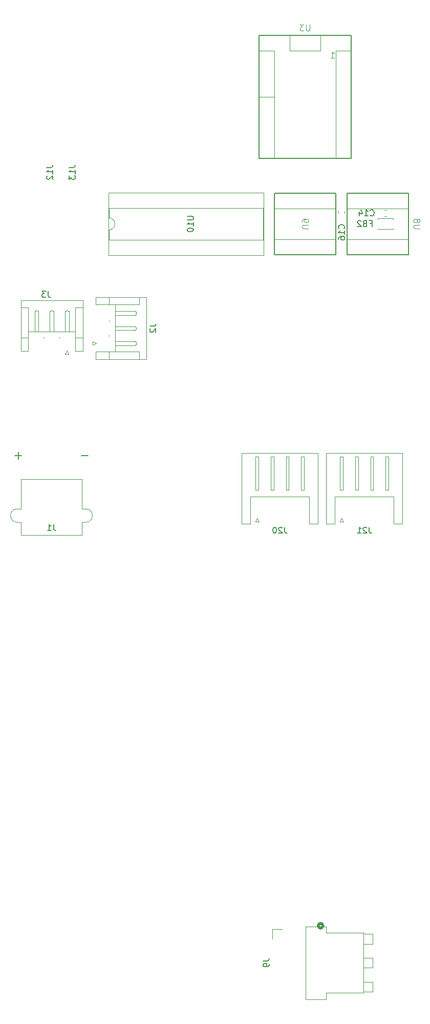
<source format=gbr>
%TF.GenerationSoftware,KiCad,Pcbnew,8.0.5*%
%TF.CreationDate,2024-10-07T02:08:43+09:00*%
%TF.ProjectId,_____,b5fcdcfa-7f2e-46b6-9963-61645f706362,rev?*%
%TF.SameCoordinates,Original*%
%TF.FileFunction,Legend,Bot*%
%TF.FilePolarity,Positive*%
%FSLAX46Y46*%
G04 Gerber Fmt 4.6, Leading zero omitted, Abs format (unit mm)*
G04 Created by KiCad (PCBNEW 8.0.5) date 2024-10-07 02:08:43*
%MOMM*%
%LPD*%
G01*
G04 APERTURE LIST*
%ADD10C,0.150000*%
%ADD11C,0.100000*%
%ADD12C,0.508000*%
%ADD13C,0.120000*%
%ADD14C,0.200000*%
G04 APERTURE END LIST*
D10*
X41110819Y-40846476D02*
X41825104Y-40846476D01*
X41825104Y-40846476D02*
X41967961Y-40798857D01*
X41967961Y-40798857D02*
X42063200Y-40703619D01*
X42063200Y-40703619D02*
X42110819Y-40560762D01*
X42110819Y-40560762D02*
X42110819Y-40465524D01*
X42110819Y-41846476D02*
X42110819Y-41275048D01*
X42110819Y-41560762D02*
X41110819Y-41560762D01*
X41110819Y-41560762D02*
X41253676Y-41465524D01*
X41253676Y-41465524D02*
X41348914Y-41370286D01*
X41348914Y-41370286D02*
X41396533Y-41275048D01*
X41206057Y-42227429D02*
X41158438Y-42275048D01*
X41158438Y-42275048D02*
X41110819Y-42370286D01*
X41110819Y-42370286D02*
X41110819Y-42608381D01*
X41110819Y-42608381D02*
X41158438Y-42703619D01*
X41158438Y-42703619D02*
X41206057Y-42751238D01*
X41206057Y-42751238D02*
X41301295Y-42798857D01*
X41301295Y-42798857D02*
X41396533Y-42798857D01*
X41396533Y-42798857D02*
X41539390Y-42751238D01*
X41539390Y-42751238D02*
X42110819Y-42179810D01*
X42110819Y-42179810D02*
X42110819Y-42798857D01*
X44793819Y-40846476D02*
X45508104Y-40846476D01*
X45508104Y-40846476D02*
X45650961Y-40798857D01*
X45650961Y-40798857D02*
X45746200Y-40703619D01*
X45746200Y-40703619D02*
X45793819Y-40560762D01*
X45793819Y-40560762D02*
X45793819Y-40465524D01*
X45793819Y-41846476D02*
X45793819Y-41275048D01*
X45793819Y-41560762D02*
X44793819Y-41560762D01*
X44793819Y-41560762D02*
X44936676Y-41465524D01*
X44936676Y-41465524D02*
X45031914Y-41370286D01*
X45031914Y-41370286D02*
X45079533Y-41275048D01*
X44793819Y-42179810D02*
X44793819Y-42798857D01*
X44793819Y-42798857D02*
X45174771Y-42465524D01*
X45174771Y-42465524D02*
X45174771Y-42608381D01*
X45174771Y-42608381D02*
X45222390Y-42703619D01*
X45222390Y-42703619D02*
X45270009Y-42751238D01*
X45270009Y-42751238D02*
X45365247Y-42798857D01*
X45365247Y-42798857D02*
X45603342Y-42798857D01*
X45603342Y-42798857D02*
X45698580Y-42751238D01*
X45698580Y-42751238D02*
X45746200Y-42703619D01*
X45746200Y-42703619D02*
X45793819Y-42608381D01*
X45793819Y-42608381D02*
X45793819Y-42322667D01*
X45793819Y-42322667D02*
X45746200Y-42227429D01*
X45746200Y-42227429D02*
X45698580Y-42179810D01*
X94450123Y-100264819D02*
X94450123Y-100979104D01*
X94450123Y-100979104D02*
X94497742Y-101121961D01*
X94497742Y-101121961D02*
X94592980Y-101217200D01*
X94592980Y-101217200D02*
X94735837Y-101264819D01*
X94735837Y-101264819D02*
X94831075Y-101264819D01*
X94021551Y-100360057D02*
X93973932Y-100312438D01*
X93973932Y-100312438D02*
X93878694Y-100264819D01*
X93878694Y-100264819D02*
X93640599Y-100264819D01*
X93640599Y-100264819D02*
X93545361Y-100312438D01*
X93545361Y-100312438D02*
X93497742Y-100360057D01*
X93497742Y-100360057D02*
X93450123Y-100455295D01*
X93450123Y-100455295D02*
X93450123Y-100550533D01*
X93450123Y-100550533D02*
X93497742Y-100693390D01*
X93497742Y-100693390D02*
X94069170Y-101264819D01*
X94069170Y-101264819D02*
X93450123Y-101264819D01*
X92497742Y-101264819D02*
X93069170Y-101264819D01*
X92783456Y-101264819D02*
X92783456Y-100264819D01*
X92783456Y-100264819D02*
X92878694Y-100407676D01*
X92878694Y-100407676D02*
X92973932Y-100502914D01*
X92973932Y-100502914D02*
X93069170Y-100550533D01*
X42243333Y-99784819D02*
X42243333Y-100499104D01*
X42243333Y-100499104D02*
X42290952Y-100641961D01*
X42290952Y-100641961D02*
X42386190Y-100737200D01*
X42386190Y-100737200D02*
X42529047Y-100784819D01*
X42529047Y-100784819D02*
X42624285Y-100784819D01*
X41243333Y-100784819D02*
X41814761Y-100784819D01*
X41529047Y-100784819D02*
X41529047Y-99784819D01*
X41529047Y-99784819D02*
X41624285Y-99927676D01*
X41624285Y-99927676D02*
X41719523Y-100022914D01*
X41719523Y-100022914D02*
X41814761Y-100070533D01*
X36967828Y-88463500D02*
X35824971Y-88463500D01*
X36396399Y-89034928D02*
X36396399Y-87892071D01*
X47967828Y-88463500D02*
X46824971Y-88463500D01*
D11*
X84581904Y-17237419D02*
X84581904Y-18046942D01*
X84581904Y-18046942D02*
X84534285Y-18142180D01*
X84534285Y-18142180D02*
X84486666Y-18189800D01*
X84486666Y-18189800D02*
X84391428Y-18237419D01*
X84391428Y-18237419D02*
X84200952Y-18237419D01*
X84200952Y-18237419D02*
X84105714Y-18189800D01*
X84105714Y-18189800D02*
X84058095Y-18142180D01*
X84058095Y-18142180D02*
X84010476Y-18046942D01*
X84010476Y-18046942D02*
X84010476Y-17237419D01*
X83629523Y-17237419D02*
X83010476Y-17237419D01*
X83010476Y-17237419D02*
X83343809Y-17618371D01*
X83343809Y-17618371D02*
X83200952Y-17618371D01*
X83200952Y-17618371D02*
X83105714Y-17665990D01*
X83105714Y-17665990D02*
X83058095Y-17713609D01*
X83058095Y-17713609D02*
X83010476Y-17808847D01*
X83010476Y-17808847D02*
X83010476Y-18046942D01*
X83010476Y-18046942D02*
X83058095Y-18142180D01*
X83058095Y-18142180D02*
X83105714Y-18189800D01*
X83105714Y-18189800D02*
X83200952Y-18237419D01*
X83200952Y-18237419D02*
X83486666Y-18237419D01*
X83486666Y-18237419D02*
X83581904Y-18189800D01*
X83581904Y-18189800D02*
X83629523Y-18142180D01*
X88072306Y-22732419D02*
X88643734Y-22732419D01*
X88358020Y-22732419D02*
X88358020Y-21732419D01*
X88358020Y-21732419D02*
X88453258Y-21875276D01*
X88453258Y-21875276D02*
X88548496Y-21970514D01*
X88548496Y-21970514D02*
X88643734Y-22018133D01*
X102777580Y-50926904D02*
X101968057Y-50926904D01*
X101968057Y-50926904D02*
X101872819Y-50879285D01*
X101872819Y-50879285D02*
X101825200Y-50831666D01*
X101825200Y-50831666D02*
X101777580Y-50736428D01*
X101777580Y-50736428D02*
X101777580Y-50545952D01*
X101777580Y-50545952D02*
X101825200Y-50450714D01*
X101825200Y-50450714D02*
X101872819Y-50403095D01*
X101872819Y-50403095D02*
X101968057Y-50355476D01*
X101968057Y-50355476D02*
X102777580Y-50355476D01*
X102349009Y-49736428D02*
X102396628Y-49831666D01*
X102396628Y-49831666D02*
X102444247Y-49879285D01*
X102444247Y-49879285D02*
X102539485Y-49926904D01*
X102539485Y-49926904D02*
X102587104Y-49926904D01*
X102587104Y-49926904D02*
X102682342Y-49879285D01*
X102682342Y-49879285D02*
X102729961Y-49831666D01*
X102729961Y-49831666D02*
X102777580Y-49736428D01*
X102777580Y-49736428D02*
X102777580Y-49545952D01*
X102777580Y-49545952D02*
X102729961Y-49450714D01*
X102729961Y-49450714D02*
X102682342Y-49403095D01*
X102682342Y-49403095D02*
X102587104Y-49355476D01*
X102587104Y-49355476D02*
X102539485Y-49355476D01*
X102539485Y-49355476D02*
X102444247Y-49403095D01*
X102444247Y-49403095D02*
X102396628Y-49450714D01*
X102396628Y-49450714D02*
X102349009Y-49545952D01*
X102349009Y-49545952D02*
X102349009Y-49736428D01*
X102349009Y-49736428D02*
X102301390Y-49831666D01*
X102301390Y-49831666D02*
X102253771Y-49879285D01*
X102253771Y-49879285D02*
X102158533Y-49926904D01*
X102158533Y-49926904D02*
X101968057Y-49926904D01*
X101968057Y-49926904D02*
X101872819Y-49879285D01*
X101872819Y-49879285D02*
X101825200Y-49831666D01*
X101825200Y-49831666D02*
X101777580Y-49736428D01*
X101777580Y-49736428D02*
X101777580Y-49545952D01*
X101777580Y-49545952D02*
X101825200Y-49450714D01*
X101825200Y-49450714D02*
X101872819Y-49403095D01*
X101872819Y-49403095D02*
X101968057Y-49355476D01*
X101968057Y-49355476D02*
X102158533Y-49355476D01*
X102158533Y-49355476D02*
X102253771Y-49403095D01*
X102253771Y-49403095D02*
X102301390Y-49450714D01*
X102301390Y-49450714D02*
X102349009Y-49545952D01*
D10*
X64351819Y-48926905D02*
X65161342Y-48926905D01*
X65161342Y-48926905D02*
X65256580Y-48974524D01*
X65256580Y-48974524D02*
X65304200Y-49022143D01*
X65304200Y-49022143D02*
X65351819Y-49117381D01*
X65351819Y-49117381D02*
X65351819Y-49307857D01*
X65351819Y-49307857D02*
X65304200Y-49403095D01*
X65304200Y-49403095D02*
X65256580Y-49450714D01*
X65256580Y-49450714D02*
X65161342Y-49498333D01*
X65161342Y-49498333D02*
X64351819Y-49498333D01*
X65351819Y-50498333D02*
X65351819Y-49926905D01*
X65351819Y-50212619D02*
X64351819Y-50212619D01*
X64351819Y-50212619D02*
X64494676Y-50117381D01*
X64494676Y-50117381D02*
X64589914Y-50022143D01*
X64589914Y-50022143D02*
X64637533Y-49926905D01*
X64351819Y-51117381D02*
X64351819Y-51212619D01*
X64351819Y-51212619D02*
X64399438Y-51307857D01*
X64399438Y-51307857D02*
X64447057Y-51355476D01*
X64447057Y-51355476D02*
X64542295Y-51403095D01*
X64542295Y-51403095D02*
X64732771Y-51450714D01*
X64732771Y-51450714D02*
X64970866Y-51450714D01*
X64970866Y-51450714D02*
X65161342Y-51403095D01*
X65161342Y-51403095D02*
X65256580Y-51355476D01*
X65256580Y-51355476D02*
X65304200Y-51307857D01*
X65304200Y-51307857D02*
X65351819Y-51212619D01*
X65351819Y-51212619D02*
X65351819Y-51117381D01*
X65351819Y-51117381D02*
X65304200Y-51022143D01*
X65304200Y-51022143D02*
X65256580Y-50974524D01*
X65256580Y-50974524D02*
X65161342Y-50926905D01*
X65161342Y-50926905D02*
X64970866Y-50879286D01*
X64970866Y-50879286D02*
X64732771Y-50879286D01*
X64732771Y-50879286D02*
X64542295Y-50926905D01*
X64542295Y-50926905D02*
X64447057Y-50974524D01*
X64447057Y-50974524D02*
X64399438Y-51022143D01*
X64399438Y-51022143D02*
X64351819Y-51117381D01*
X94559333Y-50096009D02*
X94892666Y-50096009D01*
X94892666Y-50619819D02*
X94892666Y-49619819D01*
X94892666Y-49619819D02*
X94416476Y-49619819D01*
X93702190Y-50096009D02*
X93559333Y-50143628D01*
X93559333Y-50143628D02*
X93511714Y-50191247D01*
X93511714Y-50191247D02*
X93464095Y-50286485D01*
X93464095Y-50286485D02*
X93464095Y-50429342D01*
X93464095Y-50429342D02*
X93511714Y-50524580D01*
X93511714Y-50524580D02*
X93559333Y-50572200D01*
X93559333Y-50572200D02*
X93654571Y-50619819D01*
X93654571Y-50619819D02*
X94035523Y-50619819D01*
X94035523Y-50619819D02*
X94035523Y-49619819D01*
X94035523Y-49619819D02*
X93702190Y-49619819D01*
X93702190Y-49619819D02*
X93606952Y-49667438D01*
X93606952Y-49667438D02*
X93559333Y-49715057D01*
X93559333Y-49715057D02*
X93511714Y-49810295D01*
X93511714Y-49810295D02*
X93511714Y-49905533D01*
X93511714Y-49905533D02*
X93559333Y-50000771D01*
X93559333Y-50000771D02*
X93606952Y-50048390D01*
X93606952Y-50048390D02*
X93702190Y-50096009D01*
X93702190Y-50096009D02*
X94035523Y-50096009D01*
X93083142Y-49715057D02*
X93035523Y-49667438D01*
X93035523Y-49667438D02*
X92940285Y-49619819D01*
X92940285Y-49619819D02*
X92702190Y-49619819D01*
X92702190Y-49619819D02*
X92606952Y-49667438D01*
X92606952Y-49667438D02*
X92559333Y-49715057D01*
X92559333Y-49715057D02*
X92511714Y-49810295D01*
X92511714Y-49810295D02*
X92511714Y-49905533D01*
X92511714Y-49905533D02*
X92559333Y-50048390D01*
X92559333Y-50048390D02*
X93130761Y-50619819D01*
X93130761Y-50619819D02*
X92511714Y-50619819D01*
D11*
X84362580Y-50926904D02*
X83553057Y-50926904D01*
X83553057Y-50926904D02*
X83457819Y-50879285D01*
X83457819Y-50879285D02*
X83410200Y-50831666D01*
X83410200Y-50831666D02*
X83362580Y-50736428D01*
X83362580Y-50736428D02*
X83362580Y-50545952D01*
X83362580Y-50545952D02*
X83410200Y-50450714D01*
X83410200Y-50450714D02*
X83457819Y-50403095D01*
X83457819Y-50403095D02*
X83553057Y-50355476D01*
X83553057Y-50355476D02*
X84362580Y-50355476D01*
X83362580Y-49831666D02*
X83362580Y-49641190D01*
X83362580Y-49641190D02*
X83410200Y-49545952D01*
X83410200Y-49545952D02*
X83457819Y-49498333D01*
X83457819Y-49498333D02*
X83600676Y-49403095D01*
X83600676Y-49403095D02*
X83791152Y-49355476D01*
X83791152Y-49355476D02*
X84172104Y-49355476D01*
X84172104Y-49355476D02*
X84267342Y-49403095D01*
X84267342Y-49403095D02*
X84314961Y-49450714D01*
X84314961Y-49450714D02*
X84362580Y-49545952D01*
X84362580Y-49545952D02*
X84362580Y-49736428D01*
X84362580Y-49736428D02*
X84314961Y-49831666D01*
X84314961Y-49831666D02*
X84267342Y-49879285D01*
X84267342Y-49879285D02*
X84172104Y-49926904D01*
X84172104Y-49926904D02*
X83934009Y-49926904D01*
X83934009Y-49926904D02*
X83838771Y-49879285D01*
X83838771Y-49879285D02*
X83791152Y-49831666D01*
X83791152Y-49831666D02*
X83743533Y-49736428D01*
X83743533Y-49736428D02*
X83743533Y-49545952D01*
X83743533Y-49545952D02*
X83791152Y-49450714D01*
X83791152Y-49450714D02*
X83838771Y-49403095D01*
X83838771Y-49403095D02*
X83934009Y-49355476D01*
D10*
X80480123Y-100264819D02*
X80480123Y-100979104D01*
X80480123Y-100979104D02*
X80527742Y-101121961D01*
X80527742Y-101121961D02*
X80622980Y-101217200D01*
X80622980Y-101217200D02*
X80765837Y-101264819D01*
X80765837Y-101264819D02*
X80861075Y-101264819D01*
X80051551Y-100360057D02*
X80003932Y-100312438D01*
X80003932Y-100312438D02*
X79908694Y-100264819D01*
X79908694Y-100264819D02*
X79670599Y-100264819D01*
X79670599Y-100264819D02*
X79575361Y-100312438D01*
X79575361Y-100312438D02*
X79527742Y-100360057D01*
X79527742Y-100360057D02*
X79480123Y-100455295D01*
X79480123Y-100455295D02*
X79480123Y-100550533D01*
X79480123Y-100550533D02*
X79527742Y-100693390D01*
X79527742Y-100693390D02*
X80099170Y-101264819D01*
X80099170Y-101264819D02*
X79480123Y-101264819D01*
X78861075Y-100264819D02*
X78765837Y-100264819D01*
X78765837Y-100264819D02*
X78670599Y-100312438D01*
X78670599Y-100312438D02*
X78622980Y-100360057D01*
X78622980Y-100360057D02*
X78575361Y-100455295D01*
X78575361Y-100455295D02*
X78527742Y-100645771D01*
X78527742Y-100645771D02*
X78527742Y-100883866D01*
X78527742Y-100883866D02*
X78575361Y-101074342D01*
X78575361Y-101074342D02*
X78622980Y-101169580D01*
X78622980Y-101169580D02*
X78670599Y-101217200D01*
X78670599Y-101217200D02*
X78765837Y-101264819D01*
X78765837Y-101264819D02*
X78861075Y-101264819D01*
X78861075Y-101264819D02*
X78956313Y-101217200D01*
X78956313Y-101217200D02*
X79003932Y-101169580D01*
X79003932Y-101169580D02*
X79051551Y-101074342D01*
X79051551Y-101074342D02*
X79099170Y-100883866D01*
X79099170Y-100883866D02*
X79099170Y-100645771D01*
X79099170Y-100645771D02*
X79051551Y-100455295D01*
X79051551Y-100455295D02*
X79003932Y-100360057D01*
X79003932Y-100360057D02*
X78956313Y-100312438D01*
X78956313Y-100312438D02*
X78861075Y-100264819D01*
X58154819Y-67063666D02*
X58869104Y-67063666D01*
X58869104Y-67063666D02*
X59011961Y-67016047D01*
X59011961Y-67016047D02*
X59107200Y-66920809D01*
X59107200Y-66920809D02*
X59154819Y-66777952D01*
X59154819Y-66777952D02*
X59154819Y-66682714D01*
X58250057Y-67492238D02*
X58202438Y-67539857D01*
X58202438Y-67539857D02*
X58154819Y-67635095D01*
X58154819Y-67635095D02*
X58154819Y-67873190D01*
X58154819Y-67873190D02*
X58202438Y-67968428D01*
X58202438Y-67968428D02*
X58250057Y-68016047D01*
X58250057Y-68016047D02*
X58345295Y-68063666D01*
X58345295Y-68063666D02*
X58440533Y-68063666D01*
X58440533Y-68063666D02*
X58583390Y-68016047D01*
X58583390Y-68016047D02*
X59154819Y-67444619D01*
X59154819Y-67444619D02*
X59154819Y-68063666D01*
X90275580Y-50919142D02*
X90323200Y-50871523D01*
X90323200Y-50871523D02*
X90370819Y-50728666D01*
X90370819Y-50728666D02*
X90370819Y-50633428D01*
X90370819Y-50633428D02*
X90323200Y-50490571D01*
X90323200Y-50490571D02*
X90227961Y-50395333D01*
X90227961Y-50395333D02*
X90132723Y-50347714D01*
X90132723Y-50347714D02*
X89942247Y-50300095D01*
X89942247Y-50300095D02*
X89799390Y-50300095D01*
X89799390Y-50300095D02*
X89608914Y-50347714D01*
X89608914Y-50347714D02*
X89513676Y-50395333D01*
X89513676Y-50395333D02*
X89418438Y-50490571D01*
X89418438Y-50490571D02*
X89370819Y-50633428D01*
X89370819Y-50633428D02*
X89370819Y-50728666D01*
X89370819Y-50728666D02*
X89418438Y-50871523D01*
X89418438Y-50871523D02*
X89466057Y-50919142D01*
X90370819Y-51871523D02*
X90370819Y-51300095D01*
X90370819Y-51585809D02*
X89370819Y-51585809D01*
X89370819Y-51585809D02*
X89513676Y-51490571D01*
X89513676Y-51490571D02*
X89608914Y-51395333D01*
X89608914Y-51395333D02*
X89656533Y-51300095D01*
X89370819Y-52728666D02*
X89370819Y-52538190D01*
X89370819Y-52538190D02*
X89418438Y-52442952D01*
X89418438Y-52442952D02*
X89466057Y-52395333D01*
X89466057Y-52395333D02*
X89608914Y-52300095D01*
X89608914Y-52300095D02*
X89799390Y-52252476D01*
X89799390Y-52252476D02*
X90180342Y-52252476D01*
X90180342Y-52252476D02*
X90275580Y-52300095D01*
X90275580Y-52300095D02*
X90323200Y-52347714D01*
X90323200Y-52347714D02*
X90370819Y-52442952D01*
X90370819Y-52442952D02*
X90370819Y-52633428D01*
X90370819Y-52633428D02*
X90323200Y-52728666D01*
X90323200Y-52728666D02*
X90275580Y-52776285D01*
X90275580Y-52776285D02*
X90180342Y-52823904D01*
X90180342Y-52823904D02*
X89942247Y-52823904D01*
X89942247Y-52823904D02*
X89847009Y-52776285D01*
X89847009Y-52776285D02*
X89799390Y-52728666D01*
X89799390Y-52728666D02*
X89751771Y-52633428D01*
X89751771Y-52633428D02*
X89751771Y-52442952D01*
X89751771Y-52442952D02*
X89799390Y-52347714D01*
X89799390Y-52347714D02*
X89847009Y-52300095D01*
X89847009Y-52300095D02*
X89942247Y-52252476D01*
X76914819Y-171901666D02*
X77629104Y-171901666D01*
X77629104Y-171901666D02*
X77771961Y-171854047D01*
X77771961Y-171854047D02*
X77867200Y-171758809D01*
X77867200Y-171758809D02*
X77914819Y-171615952D01*
X77914819Y-171615952D02*
X77914819Y-171520714D01*
X77914819Y-172425476D02*
X77914819Y-172615952D01*
X77914819Y-172615952D02*
X77867200Y-172711190D01*
X77867200Y-172711190D02*
X77819580Y-172758809D01*
X77819580Y-172758809D02*
X77676723Y-172854047D01*
X77676723Y-172854047D02*
X77486247Y-172901666D01*
X77486247Y-172901666D02*
X77105295Y-172901666D01*
X77105295Y-172901666D02*
X77010057Y-172854047D01*
X77010057Y-172854047D02*
X76962438Y-172806428D01*
X76962438Y-172806428D02*
X76914819Y-172711190D01*
X76914819Y-172711190D02*
X76914819Y-172520714D01*
X76914819Y-172520714D02*
X76962438Y-172425476D01*
X76962438Y-172425476D02*
X77010057Y-172377857D01*
X77010057Y-172377857D02*
X77105295Y-172330238D01*
X77105295Y-172330238D02*
X77343390Y-172330238D01*
X77343390Y-172330238D02*
X77438628Y-172377857D01*
X77438628Y-172377857D02*
X77486247Y-172425476D01*
X77486247Y-172425476D02*
X77533866Y-172520714D01*
X77533866Y-172520714D02*
X77533866Y-172711190D01*
X77533866Y-172711190D02*
X77486247Y-172806428D01*
X77486247Y-172806428D02*
X77438628Y-172854047D01*
X77438628Y-172854047D02*
X77343390Y-172901666D01*
X94622857Y-48746580D02*
X94670476Y-48794200D01*
X94670476Y-48794200D02*
X94813333Y-48841819D01*
X94813333Y-48841819D02*
X94908571Y-48841819D01*
X94908571Y-48841819D02*
X95051428Y-48794200D01*
X95051428Y-48794200D02*
X95146666Y-48698961D01*
X95146666Y-48698961D02*
X95194285Y-48603723D01*
X95194285Y-48603723D02*
X95241904Y-48413247D01*
X95241904Y-48413247D02*
X95241904Y-48270390D01*
X95241904Y-48270390D02*
X95194285Y-48079914D01*
X95194285Y-48079914D02*
X95146666Y-47984676D01*
X95146666Y-47984676D02*
X95051428Y-47889438D01*
X95051428Y-47889438D02*
X94908571Y-47841819D01*
X94908571Y-47841819D02*
X94813333Y-47841819D01*
X94813333Y-47841819D02*
X94670476Y-47889438D01*
X94670476Y-47889438D02*
X94622857Y-47937057D01*
X93670476Y-48841819D02*
X94241904Y-48841819D01*
X93956190Y-48841819D02*
X93956190Y-47841819D01*
X93956190Y-47841819D02*
X94051428Y-47984676D01*
X94051428Y-47984676D02*
X94146666Y-48079914D01*
X94146666Y-48079914D02*
X94241904Y-48127533D01*
X92813333Y-48175152D02*
X92813333Y-48841819D01*
X93051428Y-47794200D02*
X93289523Y-48508485D01*
X93289523Y-48508485D02*
X92670476Y-48508485D01*
X41354333Y-61303819D02*
X41354333Y-62018104D01*
X41354333Y-62018104D02*
X41401952Y-62160961D01*
X41401952Y-62160961D02*
X41497190Y-62256200D01*
X41497190Y-62256200D02*
X41640047Y-62303819D01*
X41640047Y-62303819D02*
X41735285Y-62303819D01*
X40973380Y-61303819D02*
X40354333Y-61303819D01*
X40354333Y-61303819D02*
X40687666Y-61684771D01*
X40687666Y-61684771D02*
X40544809Y-61684771D01*
X40544809Y-61684771D02*
X40449571Y-61732390D01*
X40449571Y-61732390D02*
X40401952Y-61780009D01*
X40401952Y-61780009D02*
X40354333Y-61875247D01*
X40354333Y-61875247D02*
X40354333Y-62113342D01*
X40354333Y-62113342D02*
X40401952Y-62208580D01*
X40401952Y-62208580D02*
X40449571Y-62256200D01*
X40449571Y-62256200D02*
X40544809Y-62303819D01*
X40544809Y-62303819D02*
X40830523Y-62303819D01*
X40830523Y-62303819D02*
X40925761Y-62256200D01*
X40925761Y-62256200D02*
X40973380Y-62208580D01*
D12*
%TO.C,FL1*%
X86781000Y-166116000D02*
G75*
G02*
X86019000Y-166116000I-381000J0D01*
G01*
X86019000Y-166116000D02*
G75*
G02*
X86781000Y-166116000I381000J0D01*
G01*
D13*
%TO.C,J21*%
X87330600Y-88000000D02*
X93640600Y-88000000D01*
X87330600Y-99720000D02*
X87330600Y-88000000D01*
X88750600Y-95220000D02*
X88750600Y-99720000D01*
X88750600Y-99720000D02*
X87330600Y-99720000D01*
X89590600Y-99410000D02*
X89890600Y-98810000D01*
X89640600Y-88610000D02*
X89640600Y-94110000D01*
X89640600Y-94110000D02*
X90140600Y-94110000D01*
X89890600Y-98810000D02*
X90190600Y-99410000D01*
X90140600Y-88610000D02*
X89640600Y-88610000D01*
X90140600Y-94110000D02*
X90140600Y-88610000D01*
X90190600Y-99410000D02*
X89590600Y-99410000D01*
X92140600Y-88610000D02*
X92140600Y-94110000D01*
X92140600Y-94110000D02*
X92640600Y-94110000D01*
X92640600Y-88610000D02*
X92140600Y-88610000D01*
X92640600Y-94110000D02*
X92640600Y-88610000D01*
X93640600Y-95220000D02*
X88750600Y-95220000D01*
X93640600Y-95220000D02*
X98530600Y-95220000D01*
X94640600Y-88610000D02*
X94640600Y-94110000D01*
X94640600Y-94110000D02*
X95140600Y-94110000D01*
X95140600Y-88610000D02*
X94640600Y-88610000D01*
X95140600Y-94110000D02*
X95140600Y-88610000D01*
X97140600Y-88610000D02*
X97140600Y-94110000D01*
X97140600Y-94110000D02*
X97640600Y-94110000D01*
X97640600Y-88610000D02*
X97140600Y-88610000D01*
X97640600Y-94110000D02*
X97640600Y-88610000D01*
X98530600Y-95220000D02*
X98530600Y-99720000D01*
X98530600Y-99720000D02*
X99950600Y-99720000D01*
X99950600Y-88000000D02*
X93640600Y-88000000D01*
X99950600Y-99720000D02*
X99950600Y-88000000D01*
%TO.C,J1*%
X36836400Y-92338800D02*
X36836400Y-97238800D01*
X36836400Y-97238800D02*
X36246400Y-97238800D01*
X36836400Y-99458800D02*
X36246400Y-99458800D01*
X36836400Y-99458800D02*
X36836400Y-101558800D01*
X46956400Y-92338800D02*
X36836400Y-92338800D01*
X46956400Y-92338800D02*
X46956400Y-97238800D01*
X46956400Y-99458800D02*
X46956400Y-101558800D01*
X46956400Y-101558800D02*
X36836400Y-101558800D01*
X47546400Y-97238800D02*
X46956400Y-97238800D01*
X47546400Y-99458800D02*
X46956400Y-99458800D01*
X36246400Y-99458800D02*
G75*
G02*
X36246400Y-97238800I0J1110000D01*
G01*
X47546400Y-97238800D02*
G75*
G02*
X47546400Y-99458800I0J-1110000D01*
G01*
%TO.C,U3*%
D11*
X78740000Y-21590000D02*
X76200000Y-21590000D01*
X76200000Y-29210000D01*
X78740000Y-29210000D01*
X78740000Y-21590000D01*
X78740000Y-29210000D02*
X76200000Y-29210000D01*
X76200000Y-39370000D01*
X78740000Y-39370000D01*
X78740000Y-29210000D01*
X86360000Y-19050000D02*
X81280000Y-19050000D01*
X81280000Y-21590000D01*
X86360000Y-21590000D01*
X86360000Y-19050000D01*
D14*
X91440000Y-19050000D02*
X76200000Y-19050000D01*
X76200000Y-39370000D01*
X91440000Y-39370000D01*
X91440000Y-19050000D01*
D11*
X91440000Y-21590000D02*
X88900000Y-21590000D01*
X88900000Y-39370000D01*
X91440000Y-39370000D01*
X91440000Y-21590000D01*
%TO.C,U8*%
X100965000Y-47625000D02*
X90805000Y-47625000D01*
X90805000Y-45085000D01*
X100965000Y-45085000D01*
X100965000Y-47625000D01*
D14*
X100965000Y-55245000D02*
X90805000Y-55245000D01*
X90805000Y-45085000D01*
X100965000Y-45085000D01*
X100965000Y-55245000D01*
D11*
X100965000Y-55245000D02*
X90805000Y-55245000D01*
X90805000Y-52705000D01*
X100965000Y-52705000D01*
X100965000Y-55245000D01*
D13*
%TO.C,U10*%
X51315000Y-45025000D02*
X51315000Y-55305000D01*
X51315000Y-55305000D02*
X76955000Y-55305000D01*
X51375000Y-47515000D02*
X51375000Y-49165000D01*
X51375000Y-51165000D02*
X51375000Y-52815000D01*
X51375000Y-52815000D02*
X76895000Y-52815000D01*
X76895000Y-47515000D02*
X51375000Y-47515000D01*
X76895000Y-52815000D02*
X76895000Y-47515000D01*
X76955000Y-45025000D02*
X51315000Y-45025000D01*
X76955000Y-55305000D02*
X76955000Y-45025000D01*
X51375000Y-49165000D02*
G75*
G02*
X51375000Y-51165000I0J-1000000D01*
G01*
%TO.C,FB2*%
X95895000Y-49430000D02*
X95895000Y-49280000D01*
X95895000Y-50900000D02*
X95895000Y-51050000D01*
X98415000Y-49280000D02*
X95895000Y-49280000D01*
X98415000Y-49430000D02*
X98415000Y-49280000D01*
X98415000Y-50900000D02*
X98415000Y-51050000D01*
X98415000Y-51050000D02*
X95895000Y-51050000D01*
%TO.C,U9*%
D11*
X88900000Y-47625000D02*
X78740000Y-47625000D01*
X78740000Y-45085000D01*
X88900000Y-45085000D01*
X88900000Y-47625000D01*
D14*
X88900000Y-55245000D02*
X78740000Y-55245000D01*
X78740000Y-45085000D01*
X88900000Y-45085000D01*
X88900000Y-55245000D01*
D11*
X88900000Y-55245000D02*
X78740000Y-55245000D01*
X78740000Y-52705000D01*
X88900000Y-52705000D01*
X88900000Y-55245000D01*
D13*
%TO.C,J20*%
X73360600Y-88000000D02*
X79670600Y-88000000D01*
X73360600Y-99720000D02*
X73360600Y-88000000D01*
X74780600Y-95220000D02*
X74780600Y-99720000D01*
X74780600Y-99720000D02*
X73360600Y-99720000D01*
X75620600Y-99410000D02*
X75920600Y-98810000D01*
X75670600Y-88610000D02*
X75670600Y-94110000D01*
X75670600Y-94110000D02*
X76170600Y-94110000D01*
X75920600Y-98810000D02*
X76220600Y-99410000D01*
X76170600Y-88610000D02*
X75670600Y-88610000D01*
X76170600Y-94110000D02*
X76170600Y-88610000D01*
X76220600Y-99410000D02*
X75620600Y-99410000D01*
X78170600Y-88610000D02*
X78170600Y-94110000D01*
X78170600Y-94110000D02*
X78670600Y-94110000D01*
X78670600Y-88610000D02*
X78170600Y-88610000D01*
X78670600Y-94110000D02*
X78670600Y-88610000D01*
X79670600Y-95220000D02*
X74780600Y-95220000D01*
X79670600Y-95220000D02*
X84560600Y-95220000D01*
X80670600Y-88610000D02*
X80670600Y-94110000D01*
X80670600Y-94110000D02*
X81170600Y-94110000D01*
X81170600Y-88610000D02*
X80670600Y-88610000D01*
X81170600Y-94110000D02*
X81170600Y-88610000D01*
X83170600Y-88610000D02*
X83170600Y-94110000D01*
X83170600Y-94110000D02*
X83670600Y-94110000D01*
X83670600Y-88610000D02*
X83170600Y-88610000D01*
X83670600Y-94110000D02*
X83670600Y-88610000D01*
X84560600Y-95220000D02*
X84560600Y-99720000D01*
X84560600Y-99720000D02*
X85980600Y-99720000D01*
X85980600Y-88000000D02*
X79670600Y-88000000D01*
X85980600Y-99720000D02*
X85980600Y-88000000D01*
%TO.C,J2*%
X48700000Y-69597000D02*
X48700000Y-70197000D01*
X48700000Y-70197000D02*
X49300000Y-69897000D01*
X49190000Y-62287000D02*
X57610000Y-62287000D01*
X49190000Y-63507000D02*
X49190000Y-62287000D01*
X49190000Y-71287000D02*
X51390000Y-71287000D01*
X49190000Y-72507000D02*
X49190000Y-71287000D01*
X49300000Y-69897000D02*
X48700000Y-69597000D01*
X51390000Y-62287000D02*
X51390000Y-63507000D01*
X51390000Y-63507000D02*
X49190000Y-63507000D01*
X51390000Y-63507000D02*
X56390000Y-63507000D01*
X51390000Y-66067000D02*
X51390000Y-66227000D01*
X51390000Y-68567000D02*
X51390000Y-68727000D01*
X51390000Y-71287000D02*
X56390000Y-71287000D01*
X51390000Y-72507000D02*
X51390000Y-71287000D01*
X52390000Y-63507000D02*
X52390000Y-71287000D01*
X52390000Y-64577000D02*
X55810000Y-64577000D01*
X52390000Y-64897000D02*
X52390000Y-64577000D01*
X52390000Y-65217000D02*
X52390000Y-64897000D01*
X52390000Y-67077000D02*
X55810000Y-67077000D01*
X52390000Y-67397000D02*
X52390000Y-67077000D01*
X52390000Y-67717000D02*
X52390000Y-67397000D01*
X52390000Y-69577000D02*
X55810000Y-69577000D01*
X52390000Y-69897000D02*
X52390000Y-69577000D01*
X52390000Y-70217000D02*
X52390000Y-69897000D01*
X55810000Y-64577000D02*
X55890000Y-64897000D01*
X55810000Y-65217000D02*
X52390000Y-65217000D01*
X55810000Y-67077000D02*
X55890000Y-67397000D01*
X55810000Y-67717000D02*
X52390000Y-67717000D01*
X55810000Y-69577000D02*
X55890000Y-69897000D01*
X55810000Y-70217000D02*
X52390000Y-70217000D01*
X55890000Y-64897000D02*
X55810000Y-65217000D01*
X55890000Y-67397000D02*
X55810000Y-67717000D01*
X55890000Y-69897000D02*
X55810000Y-70217000D01*
X56390000Y-63507000D02*
X56390000Y-62287000D01*
X56390000Y-71287000D02*
X56390000Y-72507000D01*
X57610000Y-62287000D02*
X57610000Y-72507000D01*
X57610000Y-72507000D02*
X49190000Y-72507000D01*
%TO.C,C16*%
X89355200Y-48087233D02*
X89355200Y-48379767D01*
X90375200Y-48087233D02*
X90375200Y-48379767D01*
%TO.C,J9*%
X78400000Y-166665000D02*
X78400000Y-168275000D01*
X80010000Y-166665000D02*
X78400000Y-166665000D01*
X83900000Y-166215000D02*
X87320000Y-166215000D01*
X83900000Y-178255000D02*
X83900000Y-166215000D01*
X87320000Y-166215000D02*
X87320000Y-167265000D01*
X87320000Y-167265000D02*
X93520000Y-167265000D01*
X87320000Y-177205000D02*
X87320000Y-178255000D01*
X87320000Y-178255000D02*
X83900000Y-178255000D01*
X93520000Y-167265000D02*
X93520000Y-177205000D01*
X93520000Y-169095000D02*
X95020000Y-169095000D01*
X93520000Y-173055000D02*
X95020000Y-173055000D01*
X93520000Y-177015000D02*
X95020000Y-177015000D01*
X93520000Y-177205000D02*
X87320000Y-177205000D01*
X95020000Y-167455000D02*
X93520000Y-167455000D01*
X95020000Y-169095000D02*
X95020000Y-167455000D01*
X95020000Y-171415000D02*
X93520000Y-171415000D01*
X95020000Y-173055000D02*
X95020000Y-171415000D01*
X95020000Y-175375000D02*
X93520000Y-175375000D01*
X95020000Y-177015000D02*
X95020000Y-175375000D01*
%TO.C,C14*%
X96982233Y-47877000D02*
X97274767Y-47877000D01*
X96982233Y-48897000D02*
X97274767Y-48897000D01*
%TO.C,J3*%
X36840000Y-62770000D02*
X47060000Y-62770000D01*
X36840000Y-68990000D02*
X38060000Y-68990000D01*
X36840000Y-71190000D02*
X36840000Y-62770000D01*
X38060000Y-63990000D02*
X36840000Y-63990000D01*
X38060000Y-67990000D02*
X45840000Y-67990000D01*
X38060000Y-68990000D02*
X38060000Y-63990000D01*
X38060000Y-68990000D02*
X38060000Y-71190000D01*
X38060000Y-71190000D02*
X36840000Y-71190000D01*
X39130000Y-64570000D02*
X39450000Y-64490000D01*
X39130000Y-67990000D02*
X39130000Y-64570000D01*
X39450000Y-64490000D02*
X39770000Y-64570000D01*
X39450000Y-67990000D02*
X39130000Y-67990000D01*
X39770000Y-64570000D02*
X39770000Y-67990000D01*
X39770000Y-67990000D02*
X39450000Y-67990000D01*
X40620000Y-68990000D02*
X40780000Y-68990000D01*
X41630000Y-64570000D02*
X41950000Y-64490000D01*
X41630000Y-67990000D02*
X41630000Y-64570000D01*
X41950000Y-64490000D02*
X42270000Y-64570000D01*
X41950000Y-67990000D02*
X41630000Y-67990000D01*
X42270000Y-64570000D02*
X42270000Y-67990000D01*
X42270000Y-67990000D02*
X41950000Y-67990000D01*
X43120000Y-68990000D02*
X43280000Y-68990000D01*
X44130000Y-64570000D02*
X44450000Y-64490000D01*
X44130000Y-67990000D02*
X44130000Y-64570000D01*
X44150000Y-71680000D02*
X44750000Y-71680000D01*
X44450000Y-64490000D02*
X44770000Y-64570000D01*
X44450000Y-67990000D02*
X44130000Y-67990000D01*
X44450000Y-71080000D02*
X44150000Y-71680000D01*
X44750000Y-71680000D02*
X44450000Y-71080000D01*
X44770000Y-64570000D02*
X44770000Y-67990000D01*
X44770000Y-67990000D02*
X44450000Y-67990000D01*
X45840000Y-63990000D02*
X47060000Y-63990000D01*
X45840000Y-68990000D02*
X45840000Y-63990000D01*
X45840000Y-71190000D02*
X45840000Y-68990000D01*
X47060000Y-62770000D02*
X47060000Y-71190000D01*
X47060000Y-68990000D02*
X45840000Y-68990000D01*
X47060000Y-71190000D02*
X45840000Y-71190000D01*
%TD*%
M02*

</source>
